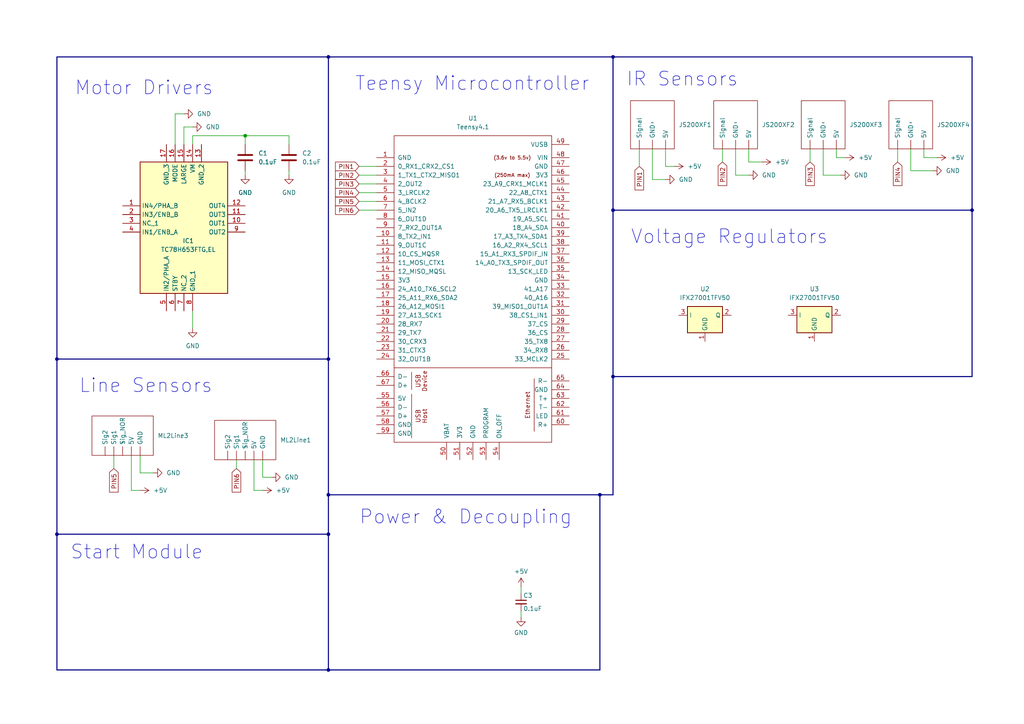
<source format=kicad_sch>
(kicad_sch (version 20230121) (generator eeschema)
  (paper "A4")
  (lib_symbols
    (symbol "Device:C" (pin_numbers hide) (pin_names (offset 0.254))
      (property "Reference" "C" (at 0.635 2.54 0))
      (property "Value" "C" (at 0.635 -2.54 0))
      (symbol "C_0_1"
        (polyline (pts (xy -2.032 -0.762) (xy 2.032 -0.762)) (stroke (width 0.508)))
        (polyline (pts (xy -2.032 0.762) (xy 2.032 0.762)) (stroke (width 0.508)))
      )
      (symbol "C_1_1"
        (pin passive line (at 0 3.81 270) (length 2.794) (name "~") (number "1"))
        (pin passive line (at 0 -3.81 90) (length 2.794) (name "~") (number "2"))
      )
    )
    (symbol "Device:C_Small" (pin_numbers hide) (pin_names (offset 0.254) hide)
      (property "Reference" "C" (at 0.254 1.778 0))
      (property "Value" "C_Small" (at 0.254 -2.032 0))
      (symbol "C_Small_0_1"
        (polyline (pts (xy -1.524 -0.508) (xy 1.524 -0.508)) (stroke (width 0.3302)))
        (polyline (pts (xy -1.524 0.508) (xy 1.524 0.508)) (stroke (width 0.3048)))
      )
      (symbol "C_Small_1_1"
        (pin passive line (at 0 2.54 270) (length 2.032) (name "~") (number "1"))
        (pin passive line (at 0 -2.54 90) (length 2.032) (name "~") (number "2"))
      )
    )
    (symbol "ML2_Line_1"
      (property "Reference" "ML2Line" (at 0 8.89 0))
      (symbol "ML2_Line_1_0_1"
        (rectangle (start -8.89 7.62) (end 8.89 -3.81))
      )
      (symbol "ML2_Line_1_1_1"
        (pin input line (at 2.54 -3.81 90) (length 2.54) (name "5V") (number ""))
        (pin input line (at 5.08 -3.81 90) (length 2.54) (name "GND") (number ""))
        (pin input line (at -2.54 -3.81 90) (length 2.54) (name "Sig1") (number ""))
        (pin input line (at -5.08 -3.81 90) (length 2.54) (name "Sig2") (number ""))
        (pin input line (at 0 -3.81 90) (length 2.54) (name "Sig_NOR") (number ""))
      )
    )
    (symbol "ML2_Line_2"
      (property "Reference" "ML2Line" (at 0 8.89 0))
      (symbol "ML2_Line_2_0_1"
        (rectangle (start -8.89 7.62) (end 8.89 -3.81))
      )
      (symbol "ML2_Line_2_1_1"
        (pin input line (at 2.54 -3.81 90) (length 2.54) (name "5V") (number ""))
        (pin input line (at 5.08 -3.81 90) (length 2.54) (name "GND") (number ""))
        (pin input line (at -2.54 -3.81 90) (length 2.54) (name "Sig1") (number ""))
        (pin input line (at -5.08 -3.81 90) (length 2.54) (name "Sig2") (number ""))
        (pin input line (at 0 -3.81 90) (length 2.54) (name "Sig_NOR") (number ""))
      )
    )
    (symbol "Regulator_Linear:IFX27001TFV50"
      (property "Reference" "U" (at 0 6.35 0))
      (property "Value" "IFX27001TFV50" (at 0 3.81 0))
      (symbol "IFX27001TFV50_1_1"
        (rectangle (start -5.08 2.54) (end 5.08 -5.08) (stroke (width 0.254)) (fill (type background)))
        (pin power_in line (at 0 -7.62 90) (length 2.54) (name "GND") (number "1"))
        (pin power_out line (at 7.62 0 180) (length 2.54) (name "Q") (number "2"))
        (pin power_in line (at -7.62 0 0) (length 2.54) (name "I") (number "3"))
      )
    )
    (symbol "Sensor_Distance:JS200XF"
      (property "Reference" "JS200XF" (at 0 3.81 0))
      (symbol "JS200XF_0_1"
        (rectangle (start -6.35 6.35) (end 6.35 -7.62))
      )
      (symbol "JS200XF_1_1"
        (pin input line (at 3.81 -7.62 90) (length 2.54) (name "5V") (number ""))
        (pin input line (at 0 -7.62 90) (length 2.54) (name "GND") (number ""))
        (pin input line (at -3.81 -7.62 90) (length 2.54) (name "Signal") (number ""))
      )
    )
    (symbol "TC78H653FTG_EL:TC78H653FTG,EL"
      (property "Reference" "IC" (at 31.75 17.78 0))
      (property "Value" "TC78H653FTG,EL" (at 31.75 15.24 0))
      (symbol "TC78H653FTG,EL_1_1"
        (rectangle (start 5.08 12.7) (end 30.48 -25.4) (stroke (width 0.254)) (fill (type background)))
        (pin passive line (at 0 0 0) (length 5.08) (name "IN4/PHA_B") (number "1"))
        (pin passive line (at 35.56 -5.08 180) (length 5.08) (name "OUT1") (number "10"))
        (pin passive line (at 35.56 -2.54 180) (length 5.08) (name "OUT3") (number "11"))
        (pin passive line (at 35.56 0 180) (length 5.08) (name "OUT4") (number "12"))
        (pin passive line (at 22.86 17.78 270) (length 5.08) (name "GND_2") (number "13"))
        (pin passive line (at 20.32 17.78 270) (length 5.08) (name "VM") (number "14"))
        (pin passive line (at 17.78 17.78 270) (length 5.08) (name "LARGE") (number "15"))
        (pin passive line (at 15.24 17.78 270) (length 5.08) (name "MODE") (number "16"))
        (pin passive line (at 12.7 17.78 270) (length 5.08) (name "GND_3") (number "17"))
        (pin passive line (at 0 -2.54 0) (length 5.08) (name "IN3/ENB_B") (number "2"))
        (pin passive line (at 0 -5.08 0) (length 5.08) (name "NC_1") (number "3"))
        (pin passive line (at 0 -7.62 0) (length 5.08) (name "IN1/ENB_A") (number "4"))
        (pin passive line (at 12.7 -30.48 90) (length 5.08) (name "IN2/PHA_A") (number "5"))
        (pin passive line (at 15.24 -30.48 90) (length 5.08) (name "STBY") (number "6"))
        (pin passive line (at 17.78 -30.48 90) (length 5.08) (name "NC_2") (number "7"))
        (pin passive line (at 20.32 -30.48 90) (length 5.08) (name "GND_1") (number "8"))
        (pin passive line (at 35.56 -7.62 180) (length 5.08) (name "OUT2") (number "9"))
      )
    )
    (symbol "power:+5V" (power) (pin_names (offset 0))
      (property "Value" "+5V" (at 0 3.556 0))
      (symbol "+5V_0_1"
        (polyline (pts (xy -0.762 1.27) (xy 0 2.54)))
        (polyline (pts (xy 0 0) (xy 0 2.54)))
        (polyline (pts (xy 0 2.54) (xy 0.762 1.27)))
      )
      (symbol "+5V_1_1"
        (pin power_in line (at 0 0 90) (length 0) hide (name "+5V") (number "1"))
      )
    )
    (symbol "power:GND" (power) (pin_names (offset 0))
      (property "Value" "GND" (at 0 -3.81 0))
      (symbol "GND_0_1"
        (polyline (pts (xy 0 0) (xy 0 -1.27) (xy 1.27 -1.27) (xy 0 -2.54) (xy -1.27 -1.27) (xy 0 -1.27)))
      )
      (symbol "GND_1_1"
        (pin power_in line (at 0 0 270) (length 0) hide (name "GND") (number "1"))
      )
    )
    (symbol "teensy:Teensy4.1" (pin_names (offset 1.016))
      (property "Reference" "U" (at 0 64.77 0))
      (property "Value" "Teensy4.1" (at 0 62.23 0))
      (symbol "Teensy4.1_0_0"
        (polyline (pts (xy -22.86 -6.35) (xy 22.86 -6.35)))
        (polyline (pts (xy -17.78 -26.67) (xy -17.78 -13.97)))
        (polyline (pts (xy -17.78 -7.62) (xy -17.78 -12.7)))
        (polyline (pts (xy 17.78 -9.525) (xy 17.78 -24.765)))
        (text "(250mA max)" (at 11.43 49.53 0) (effects (font (size 1.016 1.016))))
        (text "(3.6v to 5.5v)" (at 11.43 54.61 0) (effects (font (size 1.016 1.016))))
        (text "Device" (at -13.97 -10.16 900) (effects (font (size 1.27 1.27))))
        (text "Ethernet" (at 15.875 -17.145 900) (effects (font (size 1.27 1.27))))
        (text "Host" (at -13.97 -20.32 900) (effects (font (size 1.27 1.27))))
        (text "USB" (at -15.875 -20.32 900) (effects (font (size 1.27 1.27))))
        (text "USB" (at -15.875 -10.16 900) (effects (font (size 1.27 1.27))))
        (pin bidirectional line (at -27.94 31.75 0) (length 5.08) (name "8_TX2_IN1") (number "10"))
        (pin bidirectional line (at -27.94 29.21 0) (length 5.08) (name "9_OUT1C") (number "11"))
        (pin bidirectional line (at -27.94 26.67 0) (length 5.08) (name "10_CS_MQSR") (number "12"))
        (pin bidirectional line (at -27.94 24.13 0) (length 5.08) (name "11_MOSI_CTX1") (number "13"))
        (pin bidirectional line (at -27.94 21.59 0) (length 5.08) (name "12_MISO_MQSL") (number "14"))
        (pin power_in line (at -27.94 19.05 0) (length 5.08) (name "3V3") (number "15"))
        (pin bidirectional line (at -27.94 16.51 0) (length 5.08) (name "24_A10_TX6_SCL2") (number "16"))
        (pin bidirectional line (at -27.94 13.97 0) (length 5.08) (name "25_A11_RX6_SDA2") (number "17"))
        (pin bidirectional line (at -27.94 11.43 0) (length 5.08) (name "26_A12_MOSI1") (number "18"))
        (pin bidirectional line (at -27.94 8.89 0) (length 5.08) (name "27_A13_SCK1") (number "19"))
        (pin bidirectional line (at -27.94 6.35 0) (length 5.08) (name "28_RX7") (number "20"))
        (pin bidirectional line (at -27.94 3.81 0) (length 5.08) (name "29_TX7") (number "21"))
        (pin bidirectional line (at -27.94 1.27 0) (length 5.08) (name "30_CRX3") (number "22"))
        (pin bidirectional line (at -27.94 -1.27 0) (length 5.08) (name "31_CTX3") (number "23"))
        (pin bidirectional line (at -27.94 -3.81 0) (length 5.08) (name "32_OUT1B") (number "24"))
        (pin bidirectional line (at 27.94 -3.81 180) (length 5.08) (name "33_MCLK2") (number "25"))
        (pin bidirectional line (at 27.94 -1.27 180) (length 5.08) (name "34_RX8") (number "26"))
        (pin bidirectional line (at 27.94 1.27 180) (length 5.08) (name "35_TX8") (number "27"))
        (pin bidirectional line (at 27.94 3.81 180) (length 5.08) (name "36_CS") (number "28"))
        (pin bidirectional line (at 27.94 6.35 180) (length 5.08) (name "37_CS") (number "29"))
        (pin bidirectional line (at 27.94 8.89 180) (length 5.08) (name "38_CS1_IN1") (number "30"))
        (pin bidirectional line (at 27.94 11.43 180) (length 5.08) (name "39_MISO1_OUT1A") (number "31"))
        (pin bidirectional line (at 27.94 13.97 180) (length 5.08) (name "40_A16") (number "32"))
        (pin bidirectional line (at 27.94 16.51 180) (length 5.08) (name "41_A17") (number "33"))
        (pin bidirectional line (at 27.94 21.59 180) (length 5.08) (name "13_SCK_LED") (number "35"))
        (pin bidirectional line (at 27.94 24.13 180) (length 5.08) (name "14_A0_TX3_SPDIF_OUT") (number "36"))
        (pin bidirectional line (at 27.94 26.67 180) (length 5.08) (name "15_A1_RX3_SPDIF_IN") (number "37"))
        (pin bidirectional line (at 27.94 29.21 180) (length 5.08) (name "16_A2_RX4_SCL1") (number "38"))
        (pin bidirectional line (at 27.94 31.75 180) (length 5.08) (name "17_A3_TX4_SDA1") (number "39"))
        (pin bidirectional line (at 27.94 34.29 180) (length 5.08) (name "18_A4_SDA") (number "40"))
        (pin bidirectional line (at 27.94 36.83 180) (length 5.08) (name "19_A5_SCL") (number "41"))
        (pin bidirectional line (at 27.94 39.37 180) (length 5.08) (name "20_A6_TX5_LRCLK1") (number "42"))
        (pin bidirectional line (at 27.94 41.91 180) (length 5.08) (name "21_A7_RX5_BCLK1") (number "43"))
        (pin bidirectional line (at 27.94 44.45 180) (length 5.08) (name "22_A8_CTX1") (number "44"))
        (pin bidirectional line (at 27.94 46.99 180) (length 5.08) (name "23_A9_CRX1_MCLK1") (number "45"))
        (pin output line (at 27.94 49.53 180) (length 5.08) (name "3V3") (number "46"))
        (pin output line (at 27.94 52.07 180) (length 5.08) (name "GND") (number "47"))
        (pin power_in line (at 27.94 54.61 180) (length 5.08) (name "VIN") (number "48"))
        (pin power_out line (at 27.94 58.42 180) (length 5.08) (name "VUSB") (number "49"))
        (pin bidirectional line (at -27.94 44.45 0) (length 5.08) (name "3_LRCLK2") (number "5"))
        (pin power_in line (at -7.62 -33.02 90) (length 5.08) (name "VBAT") (number "50"))
        (pin power_in line (at -3.81 -33.02 90) (length 5.08) (name "3V3") (number "51"))
        (pin input line (at 0 -33.02 90) (length 5.08) (name "GND") (number "52"))
        (pin input line (at 3.81 -33.02 90) (length 5.08) (name "PROGRAM") (number "53"))
        (pin input line (at 7.62 -33.02 90) (length 5.08) (name "ON_OFF") (number "54"))
        (pin power_out line (at -27.94 -15.24 0) (length 5.08) (name "5V") (number "55"))
        (pin bidirectional line (at -27.94 -17.78 0) (length 5.08) (name "D-") (number "56"))
        (pin bidirectional line (at -27.94 -20.32 0) (length 5.08) (name "D+") (number "57"))
        (pin power_in line (at -27.94 -22.86 0) (length 5.08) (name "GND") (number "58"))
        (pin power_in line (at -27.94 -25.4 0) (length 5.08) (name "GND") (number "59"))
        (pin bidirectional line (at -27.94 41.91 0) (length 5.08) (name "4_BCLK2") (number "6"))
        (pin bidirectional line (at 27.94 -22.86 180) (length 5.08) (name "R+") (number "60"))
        (pin bidirectional line (at 27.94 -20.32 180) (length 5.08) (name "LED") (number "61"))
        (pin bidirectional line (at 27.94 -17.78 180) (length 5.08) (name "T-") (number "62"))
        (pin bidirectional line (at 27.94 -15.24 180) (length 5.08) (name "T+") (number "63"))
        (pin power_in line (at 27.94 -12.7 180) (length 5.08) (name "GND") (number "64"))
        (pin bidirectional line (at 27.94 -10.16 180) (length 5.08) (name "R-") (number "65"))
        (pin bidirectional line (at -27.94 -8.89 0) (length 5.08) (name "D-") (number "66"))
        (pin bidirectional line (at -27.94 -11.43 0) (length 5.08) (name "D+") (number "67"))
        (pin bidirectional line (at -27.94 39.37 0) (length 5.08) (name "5_IN2") (number "7"))
        (pin bidirectional line (at -27.94 36.83 0) (length 5.08) (name "6_OUT1D") (number "8"))
        (pin bidirectional line (at -27.94 34.29 0) (length 5.08) (name "7_RX2_OUT1A") (number "9"))
      )
      (symbol "Teensy4.1_0_1"
        (rectangle (start -22.86 60.96) (end 22.86 -27.94))
        (rectangle (start -20.32 -1.27) (end -20.32 -1.27))
      )
      (symbol "Teensy4.1_1_1"
        (pin power_in line (at -27.94 54.61 0) (length 5.08) (name "GND") (number "1"))
        (pin bidirectional line (at -27.94 52.07 0) (length 5.08) (name "0_RX1_CRX2_CS1") (number "2"))
        (pin bidirectional line (at -27.94 49.53 0) (length 5.08) (name "1_TX1_CTX2_MISO1") (number "3"))
        (pin power_in line (at 27.94 19.05 180) (length 5.08) (name "GND") (number "34"))
        (pin bidirectional line (at -27.94 46.99 0) (length 5.08) (name "2_OUT2") (number "4"))
      )
    )
  )
  (junction (at 16.51 104.14))
  (junction (at 281.94 60.96))
  (junction (at 173.99 143.51))
  (junction (at 71.12 39.37))
  (junction (at 177.8 60.96))
  (junction (at 95.25 194.31))
  (junction (at 177.8 16.51))
  (junction (at 95.25 154.94))
  (junction (at 177.8 109.22))
  (junction (at 16.51 154.94))
  (junction (at 95.25 143.51))
  (junction (at 95.25 104.14))
  (junction (at 95.25 16.51))
  (wire (pts (xy 151.13 177.165) (xy 151.13 179.07)))
  (bus (pts (xy 95.25 154.94) (xy 95.25 143.51)))
  (wire (pts (xy 40.64 137.16) (xy 44.45 137.16)))
  (bus (pts (xy 16.51 104.14) (xy 16.51 154.94)))
  (bus (pts (xy 95.25 16.51) (xy 177.8 16.51)))
  (wire (pts (xy 83.82 49.53) (xy 83.82 50.8)))
  (wire (pts (xy 104.14 58.42) (xy 109.22 58.42)))
  (wire (pts (xy 53.34 41.91) (xy 53.34 36.83)))
  (bus (pts (xy 95.25 154.94) (xy 95.25 194.31)))
  (wire (pts (xy 189.23 52.07) (xy 193.04 52.07)))
  (wire (pts (xy 217.17 43.18) (xy 217.17 46.99)))
  (bus (pts (xy 16.51 154.94) (xy 16.51 194.31)))
  (bus (pts (xy 173.99 143.51) (xy 177.8 143.51)))
  (bus (pts (xy 173.99 143.51) (xy 173.99 194.31)))
  (wire (pts (xy 189.23 43.18) (xy 189.23 52.07)))
  (wire (pts (xy 33.02 132.08) (xy 33.02 135.89)))
  (wire (pts (xy 73.66 133.35) (xy 73.66 142.24)))
  (wire (pts (xy 242.57 45.72) (xy 245.11 45.72)))
  (bus (pts (xy 281.94 16.51) (xy 177.8 16.51)))
  (bus (pts (xy 95.25 143.51) (xy 173.99 143.51)))
  (wire (pts (xy 151.13 170.18) (xy 151.13 172.085)))
  (bus (pts (xy 281.94 60.96) (xy 281.94 109.22)))
  (wire (pts (xy 104.14 55.88) (xy 109.22 55.88)))
  (bus (pts (xy 177.8 16.51) (xy 177.8 60.96)))
  (bus (pts (xy 95.25 143.51) (xy 95.25 104.14)))
  (wire (pts (xy 193.04 43.18) (xy 193.04 48.26)))
  (wire (pts (xy 104.14 50.8) (xy 109.22 50.8)))
  (wire (pts (xy 242.57 43.18) (xy 242.57 45.72)))
  (bus (pts (xy 95.25 16.51) (xy 95.25 104.14)))
  (bus (pts (xy 95.25 194.31) (xy 173.99 194.31)))
  (wire (pts (xy 260.35 43.18) (xy 260.35 46.99)))
  (wire (pts (xy 55.88 39.37) (xy 71.12 39.37)))
  (bus (pts (xy 16.51 194.31) (xy 95.25 194.31)))
  (wire (pts (xy 234.95 43.18) (xy 234.95 46.99)))
  (wire (pts (xy 238.76 43.18) (xy 238.76 50.8)))
  (bus (pts (xy 16.51 16.51) (xy 16.51 104.14)))
  (wire (pts (xy 50.8 41.91) (xy 50.8 33.02)))
  (wire (pts (xy 193.04 48.26) (xy 195.58 48.26)))
  (wire (pts (xy 209.55 43.18) (xy 209.55 46.99)))
  (wire (pts (xy 68.58 133.35) (xy 68.58 135.89)))
  (bus (pts (xy 95.25 16.51) (xy 16.51 16.51)))
  (bus (pts (xy 177.8 60.96) (xy 281.94 60.96)))
  (bus (pts (xy 16.51 154.94) (xy 95.25 154.94)))
  (wire (pts (xy 264.16 49.53) (xy 270.51 49.53)))
  (bus (pts (xy 177.8 60.96) (xy 177.8 109.22)))
  (wire (pts (xy 71.12 39.37) (xy 71.12 41.91)))
  (wire (pts (xy 213.36 50.8) (xy 217.17 50.8)))
  (wire (pts (xy 53.34 36.83) (xy 55.88 36.83)))
  (wire (pts (xy 40.64 132.08) (xy 40.64 137.16)))
  (wire (pts (xy 104.14 48.26) (xy 109.22 48.26)))
  (wire (pts (xy 38.1 142.24) (xy 40.64 142.24)))
  (wire (pts (xy 55.88 90.17) (xy 55.88 95.25)))
  (wire (pts (xy 83.82 39.37) (xy 83.82 41.91)))
  (wire (pts (xy 185.42 43.18) (xy 185.42 48.26)))
  (wire (pts (xy 267.97 43.18) (xy 267.97 45.72)))
  (bus (pts (xy 177.8 109.22) (xy 177.8 143.51)))
  (wire (pts (xy 213.36 43.18) (xy 213.36 50.8)))
  (wire (pts (xy 55.88 41.91) (xy 55.88 39.37)))
  (bus (pts (xy 281.94 60.96) (xy 281.94 16.51)))
  (wire (pts (xy 71.12 39.37) (xy 83.82 39.37)))
  (wire (pts (xy 73.66 142.24) (xy 76.2 142.24)))
  (wire (pts (xy 264.16 43.18) (xy 264.16 49.53)))
  (bus (pts (xy 16.51 104.14) (xy 95.25 104.14)))
  (wire (pts (xy 104.14 60.96) (xy 109.22 60.96)))
  (wire (pts (xy 104.14 53.34) (xy 109.22 53.34)))
  (wire (pts (xy 267.97 45.72) (xy 271.78 45.72)))
  (wire (pts (xy 76.2 138.43) (xy 78.74 138.43)))
  (wire (pts (xy 217.17 46.99) (xy 220.98 46.99)))
  (wire (pts (xy 50.8 33.02) (xy 53.34 33.02)))
  (bus (pts (xy 177.8 109.22) (xy 281.94 109.22)))
  (wire (pts (xy 76.2 133.35) (xy 76.2 138.43)))
  (wire (pts (xy 38.1 132.08) (xy 38.1 142.24)))
  (wire (pts (xy 71.12 49.53) (xy 71.12 50.8)))
  (wire (pts (xy 238.76 50.8) (xy 243.84 50.8)))
  (text "IR Sensors" (at 181.61 25.4 0) (effects (font (size 4 4)) (justify left bottom)))
  (text "Start Module" (at 20.32 162.56 0) (effects (font (size 4 4)) (justify left bottom)))
  (text "Voltage Regulators" (at 182.88 71.12 0) (effects (font (size 4 4)) (justify left bottom)))
  (text "Motor Drivers " (at 21.59 27.94 0) (effects (font (size 4 4)) (justify left bottom)))
  (text "Power & Decoupling" (at 104.14 152.4 0) (effects (font (size 4 4)) (justify left bottom)))
  (text "Teensy Microcontroller \n" (at 102.87 26.67 0) (effects (font (size 4 4)) (justify left bottom)))
  (text "Line Sensors" (at 22.86 114.3 0) (effects (font (size 4 4)) (justify left bottom)))
  (global_label "PIN3" (shape input) (at 104.14 53.34 180) (property "Intersheetrefs" "${INTERSHEET_REFS}" (effects hide)))
  (global_label "PIN4" (shape input) (at 260.35 46.99 270) (property "Intersheetrefs" "${INTERSHEET_REFS}" (effects hide)))
  (global_label "PIN6" (shape input) (at 104.14 60.96 180) (property "Intersheetrefs" "${INTERSHEET_REFS}" (effects hide)))
  (global_label "PIN4" (shape input) (at 104.14 55.88 180) (property "Intersheetrefs" "${INTERSHEET_REFS}" (effects hide)))
  (global_label "PIN1" (shape input) (at 185.42 48.26 270) (property "Intersheetrefs" "${INTERSHEET_REFS}" (effects hide)))
  (global_label "PIN5" (shape input) (at 33.02 135.89 270) (property "Intersheetrefs" "${INTERSHEET_REFS}" (effects hide)))
  (global_label "PIN6" (shape input) (at 68.58 135.89 270) (property "Intersheetrefs" "${INTERSHEET_REFS}" (effects hide)))
  (global_label "PIN1" (shape input) (at 104.14 48.26 180) (property "Intersheetrefs" "${INTERSHEET_REFS}" (effects hide)))
  (global_label "PIN2" (shape input) (at 104.14 50.8 180) (property "Intersheetrefs" "${INTERSHEET_REFS}" (effects hide)))
  (global_label "PIN5" (shape input) (at 104.14 58.42 180) (property "Intersheetrefs" "${INTERSHEET_REFS}" (effects hide)))
  (global_label "PIN2" (shape input) (at 209.55 46.99 270) (property "Intersheetrefs" "${INTERSHEET_REFS}" (effects hide)))
  (global_label "PIN3" (shape input) (at 234.95 46.99 270) (property "Intersheetrefs" "${INTERSHEET_REFS}" (effects hide)))
  (symbol (lib_id "power:GND") (at 78.74 138.43 90) (unit 1)
    (property "Reference" "#PWR06" (effects hide))
    (property "Value" "GND" (at 82.55 138.43 90) (effects (justify right)))
  )
  (symbol (lib_id "Regulator_Linear:IFX27001TFV50") (at 204.47 91.44 0) (unit 1)
    (property "Reference" "U2" (at 204.47 83.82 0))
    (property "Value" "IFX27001TFV50" (at 204.47 86.36 0))
    (property "Footprint" "Package_TO_SOT_SMD:TO-252-3_TabPin2" (effects hide))
    (property "Datasheet" "https://static6.arrow.com/aropdfconversion/dc75757ae45a88e5f69bdce3f2a651a5fe0ca07d/ifx27001_ds_10.pdf" (effects hide))
  )
  (symbol (lib_id "power:+5V") (at 151.13 170.18 0) (unit 1)
    (property "Reference" "#PWR018" (effects hide))
    (property "Value" "+5V" (at 151.13 165.735 0))
  )
  (symbol (lib_id "power:GND") (at 71.12 50.8 0) (unit 1)
    (property "Reference" "#PWR016" (effects hide))
    (property "Value" "GND" (at 71.12 55.88 0))
  )
  (symbol (lib_id "Sensor_Distance:JS200XF") (at 238.76 35.56 0) (unit 1)
    (property "Reference" "JS200XF3" (at 246.38 36.195 0) (effects (justify left)))
    (property "Value" "~" (at 238.76 35.56 0))
  )
  (symbol (lib_id "power:GND") (at 270.51 49.53 90) (unit 1)
    (property "Reference" "#PWR010" (effects hide))
    (property "Value" "GND" (at 274.32 49.53 90) (effects (justify right)))
  )
  (symbol (lib_id "Regulator_Linear:IFX27001TFV50") (at 236.22 91.44 0) (unit 1)
    (property "Reference" "U3" (at 236.22 83.82 0))
    (property "Value" "IFX27001TFV50" (at 236.22 86.36 0))
    (property "Footprint" "Package_TO_SOT_SMD:TO-252-3_TabPin2" (effects hide))
    (property "Datasheet" "https://static6.arrow.com/aropdfconversion/dc75757ae45a88e5f69bdce3f2a651a5fe0ca07d/ifx27001_ds_10.pdf" (effects hide))
  )
  (symbol (lib_id "power:GND") (at 55.88 36.83 90) (unit 1)
    (property "Reference" "#PWR02" (effects hide))
    (property "Value" "GND" (at 59.69 36.83 90) (effects (justify right)))
  )
  (symbol (lib_id "power:+5V") (at 245.11 45.72 270) (unit 1)
    (property "Reference" "#PWR013" (effects hide))
    (property "Value" "+5V" (at 248.92 45.72 90) (effects (justify left)))
  )
  (symbol (lib_id "power:GND") (at 83.82 50.8 0) (unit 1)
    (property "Reference" "#PWR017" (effects hide))
    (property "Value" "GND" (at 83.82 55.88 0))
  )
  (symbol (lib_id "power:GND") (at 217.17 50.8 90) (unit 1)
    (property "Reference" "#PWR08" (effects hide))
    (property "Value" "GND" (at 220.98 50.8 90) (effects (justify right)))
  )
  (symbol (lib_id "power:+5V") (at 271.78 45.72 270) (unit 1)
    (property "Reference" "#PWR014" (effects hide))
    (property "Value" "+5V" (at 275.59 45.72 90) (effects (justify left)))
  )
  (symbol (lib_id "Device:C_Small") (at 151.13 174.625 0) (unit 1)
    (property "Reference" "C3" (at 151.765 172.72 0) (effects (justify left)))
    (property "Value" "0.1uF" (at 151.765 176.53 0) (effects (justify left)))
    (property "Footprint" "Capacitor_SMD:C_0201_0603Metric" (effects hide))
  )
  (symbol (lib_id "power:GND") (at 44.45 137.16 90) (unit 1)
    (property "Reference" "#PWR05" (effects hide))
    (property "Value" "GND" (at 48.26 137.16 90) (effects (justify right)))
  )
  (symbol (lib_id "TC78H653FTG_EL:TC78H653FTG,EL") (at 35.56 59.69 0) (unit 1)
    (property "Reference" "IC1" (at 54.61 69.85 0))
    (property "Value" "TC78H653FTG,EL" (at 54.61 72.39 0))
    (property "Footprint" "QFN50P300X300X90-17N" (effects hide))
    (property "Datasheet" "https://toshiba.semicon-storage.com/info/docget.jsp?did=63589&prodName=TC78H653FTG" (effects hide))
    (property "Height" "1.5" (effects hide))
    (property "Mouser Part Number" "757-TC78H653FTGEL" (effects hide))
    (property "Mouser Price/Stock" "https://www.mouser.co.uk/ProductDetail/Toshiba/TC78H653FTGEL?qs=byeeYqUIh0PwJsIPkEQswQ%3D%3D" (effects hide))
    (property "Manufacturer_Name" "Toshiba" (effects hide))
    (property "Manufacturer_Part_Number" "TC78H653FTG,EL" (effects hide))
  )
  (symbol (lib_id "teensy:Teensy4.1") (at 137.16 100.33 0) (unit 1)
    (property "Reference" "U1" (at 137.16 34.29 0))
    (property "Value" "Teensy4.1" (at 137.16 36.83 0))
  )
  (symbol (lib_id "Device:C") (at 71.12 45.72 0) (unit 1)
    (property "Reference" "C1" (at 74.93 44.45 0) (effects (justify left)))
    (property "Value" "0.1uF" (at 74.93 46.99 0) (effects (justify left)))
  )
  (symbol (lib_id "power:GND") (at 53.34 33.02 90) (unit 1)
    (property "Reference" "#PWR01" (effects hide))
    (property "Value" "GND" (at 57.15 33.02 90) (effects (justify right)))
  )
  (symbol (lib_id "Sensor_Distance:JS200XF") (at 264.16 35.56 0) (unit 1)
    (property "Reference" "JS200XF4" (at 271.78 36.195 0) (effects (justify left)))
    (property "Value" "~" (at 264.16 35.56 0))
  )
  (symbol (lib_id "power:GND") (at 55.88 95.25 0) (unit 1)
    (property "Reference" "#PWR015" (effects hide))
    (property "Value" "GND" (at 55.88 100.33 0))
  )
  (symbol (lib_id "power:GND") (at 243.84 50.8 90) (unit 1)
    (property "Reference" "#PWR09" (effects hide))
    (property "Value" "GND" (at 247.65 50.8 90) (effects (justify right)))
  )
  (symbol (lib_id "power:+5V") (at 76.2 142.24 270) (unit 1)
    (property "Reference" "#PWR04" (effects hide))
    (property "Value" "+5V" (at 80.01 142.24 90) (effects (justify left)))
  )
  (symbol (lib_id "Sensor_Distance:JS200XF") (at 213.36 35.56 0) (unit 1)
    (property "Reference" "JS200XF2" (at 220.98 36.195 0) (effects (justify left)))
    (property "Value" "~" (at 213.36 35.56 0))
  )
  (symbol (lib_name "ML2_Line_1") (lib_id "Sensor_Distance:ML2_Line") (at 35.56 128.27 0) (unit 1)
    (property "Reference" "ML2Line3" (at 45.72 126.365 0) (effects (justify left)))
    (property "Value" "~" (at 35.56 128.27 0))
  )
  (symbol (lib_id "power:GND") (at 151.13 179.07 0) (unit 1)
    (property "Reference" "#PWR019" (effects hide))
    (property "Value" "GND" (at 151.13 183.515 0))
  )
  (symbol (lib_id "power:+5V") (at 220.98 46.99 270) (unit 1)
    (property "Reference" "#PWR012" (effects hide))
    (property "Value" "+5V" (at 224.79 46.99 90) (effects (justify left)))
  )
  (symbol (lib_id "Sensor_Distance:JS200XF") (at 189.23 35.56 0) (unit 1)
    (property "Reference" "JS200XF1" (at 196.85 36.195 0) (effects (justify left)))
    (property "Value" "~" (at 189.23 35.56 0))
  )
  (symbol (lib_id "power:+5V") (at 40.64 142.24 270) (unit 1)
    (property "Reference" "#PWR03" (effects hide))
    (property "Value" "+5V" (at 44.45 142.24 90) (effects (justify left)))
  )
  (symbol (lib_id "power:GND") (at 193.04 52.07 90) (unit 1)
    (property "Reference" "#PWR07" (effects hide))
    (property "Value" "GND" (at 196.85 52.07 90) (effects (justify right)))
  )
  (symbol (lib_id "power:+5V") (at 195.58 48.26 270) (unit 1)
    (property "Reference" "#PWR011" (effects hide))
    (property "Value" "+5V" (at 199.39 48.26 90) (effects (justify left)))
  )
  (symbol (lib_id "Device:C") (at 83.82 45.72 0) (unit 1)
    (property "Reference" "C2" (at 87.63 44.45 0) (effects (justify left)))
    (property "Value" "0.1uF" (at 87.63 46.99 0) (effects (justify left)))
  )
  (symbol (lib_name "ML2_Line_2") (lib_id "Sensor_Distance:ML2_Line") (at 71.12 129.54 0) (unit 1)
    (property "Reference" "ML2Line1" (at 81.28 127.635 0) (effects (justify left)))
    (property "Value" "~" (at 71.12 129.54 0))
  )
)
</source>
